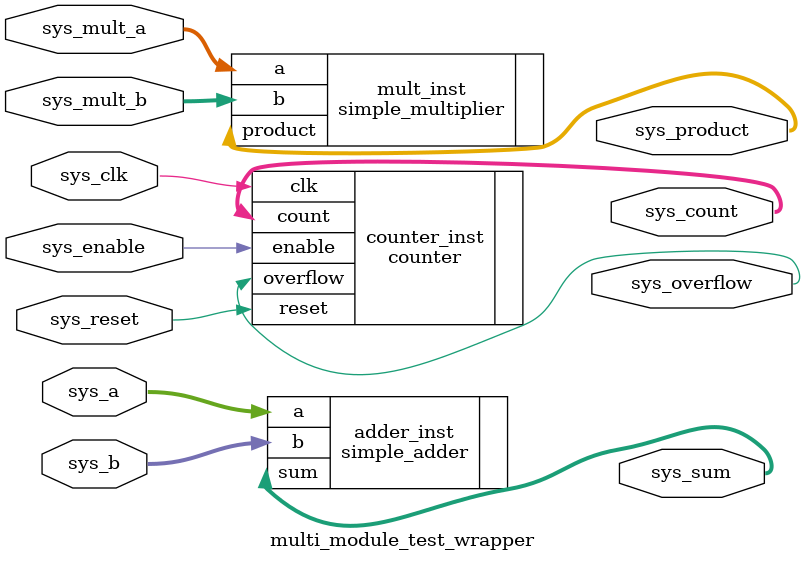
<source format=v>
module multi_module_test_wrapper (
    input [15:0] sys_a,
    input [15:0] sys_b,
    output [16:0] sys_sum,
    input [7:0] sys_mult_a,
    input [7:0] sys_mult_b,
    output [15:0] sys_product,
    input sys_clk,
    input sys_reset,
    input sys_enable,
    output [3:0] sys_count,
    output sys_overflow
);

// Internal wires
    wire [15:0] w_adder_inst_a;
    wire [15:0] w_adder_inst_b;
    wire [16:0] w_adder_inst_sum;
    wire w_counter_inst_clk;
    wire [3:0] w_counter_inst_count;
    wire w_counter_inst_enable;
    wire w_counter_inst_overflow;
    wire w_counter_inst_reset;
    wire [7:0] w_mult_inst_a;
    wire [7:0] w_mult_inst_b;
    wire [15:0] w_mult_inst_product;

    simple_adder #(.WIDTH(16)) adder_inst (
        .a(sys_a),
        .b(sys_b),
        .sum(sys_sum)
    );

    simple_multiplier #(.WIDTH(8)) mult_inst (
        .a(sys_mult_a),
        .b(sys_mult_b),
        .product(sys_product)
    );

    counter #(.WIDTH(4)) counter_inst (
        .clk(sys_clk),
        .reset(sys_reset),
        .enable(sys_enable),
        .count(sys_count),
        .overflow(sys_overflow)
    );

endmodule
</source>
